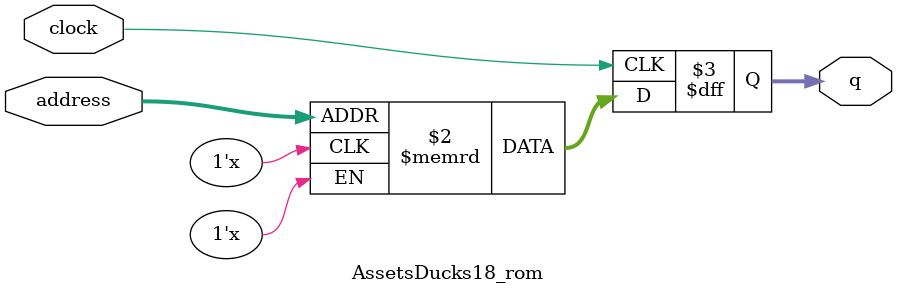
<source format=sv>
module AssetsDucks18_rom (
	input logic clock,
	input logic [12:0] address,
	output logic [3:0] q
);

logic [3:0] memory [0:4351] /* synthesis ram_init_file = "./AssetsDucks18/AssetsDucks18.mif" */;

always_ff @ (posedge clock) begin
	q <= memory[address];
end

endmodule

</source>
